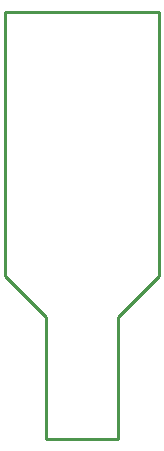
<source format=gko>
G04 Layer: BoardOutlineLayer*
G04 EasyEDA v6.5.39, 2024-01-09 17:58:11*
G04 513add75e8284d268c780af8c863d2b6,7c1e8d740ba24e6f83eb2d53d3341807,10*
G04 Gerber Generator version 0.2*
G04 Scale: 100 percent, Rotated: No, Reflected: No *
G04 Dimensions in millimeters *
G04 leading zeros omitted , absolute positions ,4 integer and 5 decimal *
%FSLAX45Y45*%
%MOMM*%

%ADD10C,0.2540*%
D10*
X-649986Y1800097D02*
G01*
X649986Y1800097D01*
X649986Y-442213D01*
X304800Y-787400D01*
X304800Y-1816100D01*
X-304800Y-1816100D01*
X-304800Y-787400D01*
X-649986Y-442213D01*
X-649986Y1800097D01*
X-649986Y1800097D01*

%LPD*%
M02*

</source>
